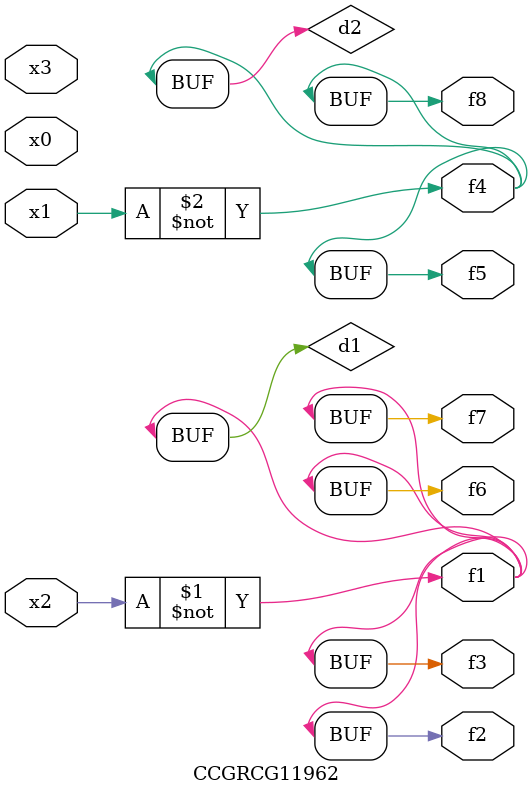
<source format=v>
module CCGRCG11962(
	input x0, x1, x2, x3,
	output f1, f2, f3, f4, f5, f6, f7, f8
);

	wire d1, d2;

	xnor (d1, x2);
	not (d2, x1);
	assign f1 = d1;
	assign f2 = d1;
	assign f3 = d1;
	assign f4 = d2;
	assign f5 = d2;
	assign f6 = d1;
	assign f7 = d1;
	assign f8 = d2;
endmodule

</source>
